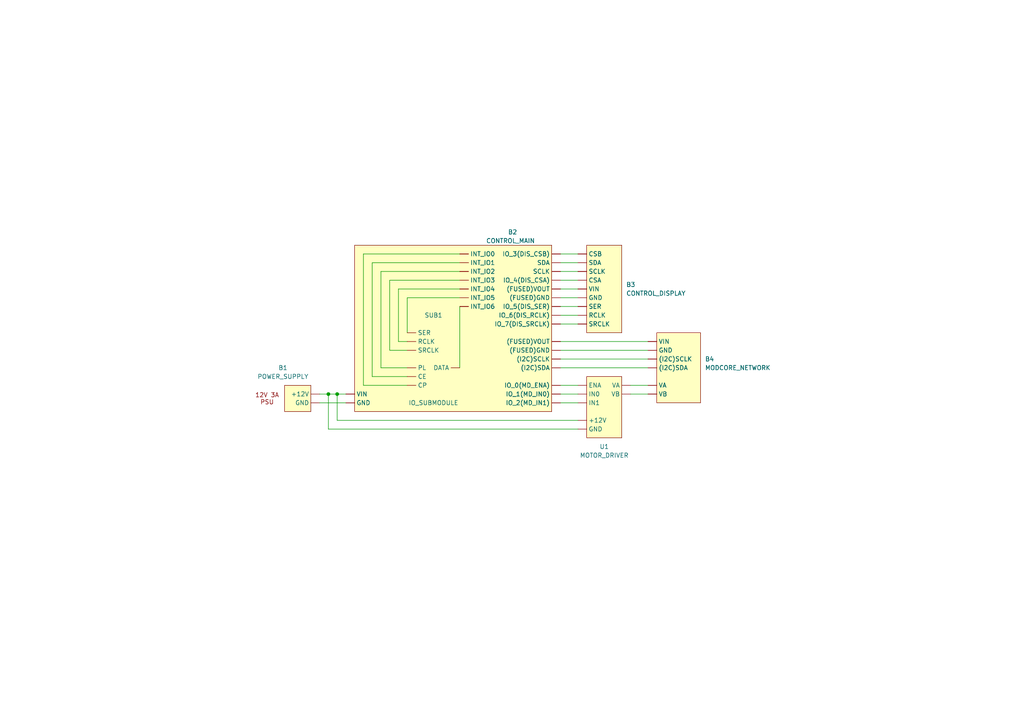
<source format=kicad_sch>
(kicad_sch (version 20230121) (generator eeschema)
  (paper "A4")
  (title_block (title "HTP!m CONTROL Block Diagram") (date "2023-10-20") (rev "1") (company "shawnd.xyz") (comment 2 "CONTROL with an emphasis on I/O connections.") (comment 3 "This block diagram shows the high-level relationship between components in the HTP!m"))
  (lib_symbols
    (symbol "custom:CONTROL_DISPLAY"
      (property "Reference" "B" (at 0 0 0))
      (property "Value" "CONTROL_DISPLAY" (at 0 -29.21 0))
      (symbol "CONTROL_DISPLAY_1_1"
        (rectangle (start -5.08 -1.27) (end 5.08 -26.67) (fill (type background)))
        (pin input line (at -7.62 -11.43 0) (length 2.54) (name "CSA") (number ""))
        (pin input line (at -7.62 -3.81 0) (length 2.54) (name "CSB") (number ""))
        (pin input line (at -7.62 -16.51 0) (length 2.54) (name "GND") (number ""))
        (pin input line (at -7.62 -21.59 0) (length 2.54) (name "RCLK") (number ""))
        (pin input line (at -7.62 -8.89 0) (length 2.54) (name "SCLK") (number ""))
        (pin input line (at -7.62 -6.35 0) (length 2.54) (name "SDA") (number ""))
        (pin input line (at -7.62 -19.05 0) (length 2.54) (name "SER") (number ""))
        (pin input line (at -7.62 -24.13 0) (length 2.54) (name "SRCLK") (number ""))
        (pin input line (at -7.62 -13.97 0) (length 2.54) (name "VIN") (number ""))
      )
    )
    (symbol "custom:CONTROL_MAIN"
      (property "Reference" "B" (at 0 0 0))
      (property "Value" "CONTROL_MAIN" (at 0 -52.07 0))
      (symbol "CONTROL_MAIN_1_1"
        (rectangle (start -45.72 -1.27) (end 11.43 -49.53) (fill (type background)))
        (pin passive line (at 13.97 -31.75 180) (length 2.54) (name "(FUSED)GND") (number ""))
        (pin passive line (at 13.97 -16.51 180) (length 2.54) (name "(FUSED)GND") (number ""))
        (pin output line (at 13.97 -29.21 180) (length 2.54) (name "(FUSED)VOUT") (number ""))
        (pin output line (at 13.97 -13.97 180) (length 2.54) (name "(FUSED)VOUT") (number ""))
        (pin output line (at 13.97 -34.29 180) (length 2.54) (name "(I2C)SCLK") (number ""))
        (pin bidirectional line (at 13.97 -36.83 180) (length 2.54) (name "(I2C)SDA") (number ""))
        (pin passive line (at -48.26 -46.99 0) (length 2.54) (name "GND") (number ""))
        (pin output line (at -15.24 -3.81 0) (length 2.54) (name "INT_IO0") (number ""))
        (pin output line (at -15.24 -6.35 0) (length 2.54) (name "INT_IO1") (number ""))
        (pin output line (at -15.24 -8.89 0) (length 2.54) (name "INT_IO2") (number ""))
        (pin output line (at -15.24 -11.43 0) (length 2.54) (name "INT_IO3") (number ""))
        (pin output line (at -15.24 -13.97 0) (length 2.54) (name "INT_IO4") (number ""))
        (pin output line (at -15.24 -16.51 0) (length 2.54) (name "INT_IO5") (number ""))
        (pin input line (at -15.24 -19.05 0) (length 2.54) (name "INT_IO6") (number ""))
        (pin output line (at 13.97 -41.91 180) (length 2.54) (name "IO_0(MD_ENA)") (number ""))
        (pin output line (at 13.97 -44.45 180) (length 2.54) (name "IO_1(MD_IN0)") (number ""))
        (pin output line (at 13.97 -46.99 180) (length 2.54) (name "IO_2(MD_IN1)") (number ""))
        (pin output line (at 13.97 -3.81 180) (length 2.54) (name "IO_3(DIS_CSB)") (number ""))
        (pin output line (at 13.97 -11.43 180) (length 2.54) (name "IO_4(DIS_CSA)") (number ""))
        (pin output line (at 13.97 -19.05 180) (length 2.54) (name "IO_5(DIS_SER)") (number ""))
        (pin output line (at 13.97 -21.59 180) (length 2.54) (name "IO_6(DIS_RCLK)") (number ""))
        (pin output line (at 13.97 -24.13 180) (length 2.54) (name "IO_7(DIS_SRCLK)") (number ""))
        (pin output line (at 13.97 -8.89 180) (length 2.54) (name "SCLK") (number ""))
        (pin output line (at 13.97 -6.35 180) (length 2.54) (name "SDA") (number ""))
        (pin input line (at -48.26 -44.45 0) (length 2.54) (name "VIN") (number ""))
      )
    )
    (symbol "custom:CONTROL_MAIN_IO_SUBMODULE"
      (property "Reference" "SUB" (at 0 0 0))
      (property "Value" "IO_SUBMODULE" (at 0 -25.4 0))
      (symbol "CONTROL_MAIN_IO_SUBMODULE_1_1"
        (rectangle (start -5.08 -2.54) (end 5.08 -22.86) (fill (type background)))
        (pin input line (at -7.62 -17.78 0) (length 2.54) (name "CE") (number ""))
        (pin input line (at -7.62 -20.32 0) (length 2.54) (name "CP") (number ""))
        (pin output line (at 7.62 -15.24 180) (length 2.54) (name "DATA") (number ""))
        (pin input line (at -7.62 -15.24 0) (length 2.54) (name "PL") (number ""))
        (pin input line (at -7.62 -7.62 0) (length 2.54) (name "RCLK") (number ""))
        (pin input line (at -7.62 -5.08 0) (length 2.54) (name "SER") (number ""))
        (pin input line (at -7.62 -10.16 0) (length 2.54) (name "SRCLK") (number ""))
      )
    )
    (symbol "custom:MODCORE_NETWORK"
      (property "Reference" "B" (at 0 0 0))
      (property "Value" "MODCORE_NETWORK" (at 0 -24.13 0))
      (symbol "MODCORE_NETWORK_1_1"
        (rectangle (start -6.35 -1.27) (end 6.35 -21.59) (fill (type background)))
        (pin input line (at -8.89 -8.89 0) (length 2.54) (name "(I2C)SCLK") (number ""))
        (pin input line (at -8.89 -11.43 0) (length 2.54) (name "(I2C)SDA") (number ""))
        (pin passive line (at -8.89 -6.35 0) (length 2.54) (name "GND") (number ""))
        (pin input line (at -8.89 -16.51 0) (length 2.54) (name "VA") (number ""))
        (pin input line (at -8.89 -19.05 0) (length 2.54) (name "VB") (number ""))
        (pin input line (at -8.89 -3.81 0) (length 2.54) (name "VIN") (number ""))
      )
    )
    (symbol "custom:MOTOR_DRIVER"
      (property "Reference" "U" (at 0 0 0))
      (property "Value" "MOTOR_DRIVER" (at 0 -21.59 0))
      (symbol "MOTOR_DRIVER_1_1"
        (rectangle (start -5.08 -1.27) (end 5.08 -19.05) (fill (type background)))
        (pin input line (at -7.62 -13.97 0) (length 2.54) (name "+12V") (number ""))
        (pin input line (at -7.62 -3.81 0) (length 2.54) (name "ENA") (number ""))
        (pin passive line (at -7.62 -16.51 0) (length 2.54) (name "GND") (number ""))
        (pin input line (at -7.62 -6.35 0) (length 2.54) (name "IN0") (number ""))
        (pin input line (at -7.62 -8.89 0) (length 2.54) (name "IN1") (number ""))
        (pin output line (at 7.62 -3.81 180) (length 2.54) (name "VA") (number ""))
        (pin output line (at 7.62 -6.35 180) (length 2.54) (name "VB") (number ""))
      )
    )
    (symbol "custom:POWER_SUPPLY"
      (property "Reference" "B" (at 0 0 0))
      (property "Value" "POWER_SUPPLY" (at 0 -11.43 0))
      (symbol "POWER_SUPPLY_1_1"
        (rectangle (start -3.81 -1.27) (end 3.81 -8.89) (fill (type background)))
        (text "12V 3A\nPSU" (at -8.89 -5.08 0) (effects (font (size 1.27 1.27))))
        (pin output line (at 6.35 -3.81 180) (length 2.54) (name "+12V") (number ""))
        (pin passive line (at 6.35 -6.35 180) (length 2.54) (name "GND") (number ""))
      )
    )
  )
  (junction (at 95.25 114.3))
  (junction (at 97.79 114.3))
  (wire (pts (xy 118.11 99.06) (xy 115.57 99.06)))
  (wire (pts (xy 133.35 106.68) (xy 133.35 88.9)))
  (wire (pts (xy 162.56 86.36) (xy 167.64 86.36)))
  (wire (pts (xy 105.41 111.76) (xy 105.41 73.66)))
  (wire (pts (xy 97.79 121.92) (xy 97.79 114.3)))
  (wire (pts (xy 182.88 114.3) (xy 187.96 114.3)))
  (wire (pts (xy 162.56 101.6) (xy 187.96 101.6)))
  (wire (pts (xy 118.11 101.6) (xy 113.03 101.6)))
  (wire (pts (xy 95.25 124.46) (xy 95.25 114.3)))
  (wire (pts (xy 110.49 106.68) (xy 110.49 78.74)))
  (wire (pts (xy 162.56 106.68) (xy 187.96 106.68)))
  (wire (pts (xy 107.95 76.2) (xy 133.35 76.2)))
  (wire (pts (xy 97.79 114.3) (xy 100.33 114.3)))
  (wire (pts (xy 162.56 83.82) (xy 167.64 83.82)))
  (wire (pts (xy 162.56 114.3) (xy 167.64 114.3)))
  (wire (pts (xy 182.88 111.76) (xy 187.96 111.76)))
  (wire (pts (xy 95.25 114.3) (xy 97.79 114.3)))
  (wire (pts (xy 162.56 88.9) (xy 167.64 88.9)))
  (wire (pts (xy 162.56 104.14) (xy 187.96 104.14)))
  (wire (pts (xy 92.71 116.84) (xy 100.33 116.84)))
  (wire (pts (xy 105.41 73.66) (xy 133.35 73.66)))
  (wire (pts (xy 118.11 109.22) (xy 107.95 109.22)))
  (wire (pts (xy 162.56 111.76) (xy 167.64 111.76)))
  (wire (pts (xy 162.56 99.06) (xy 187.96 99.06)))
  (wire (pts (xy 107.95 109.22) (xy 107.95 76.2)))
  (wire (pts (xy 113.03 81.28) (xy 133.35 81.28)))
  (wire (pts (xy 110.49 78.74) (xy 133.35 78.74)))
  (wire (pts (xy 118.11 96.52) (xy 118.11 86.36)))
  (wire (pts (xy 113.03 101.6) (xy 113.03 81.28)))
  (wire (pts (xy 115.57 83.82) (xy 133.35 83.82)))
  (wire (pts (xy 92.71 114.3) (xy 95.25 114.3)))
  (wire (pts (xy 118.11 111.76) (xy 105.41 111.76)))
  (wire (pts (xy 115.57 99.06) (xy 115.57 83.82)))
  (wire (pts (xy 95.25 124.46) (xy 167.64 124.46)))
  (wire (pts (xy 162.56 73.66) (xy 167.64 73.66)))
  (wire (pts (xy 162.56 81.28) (xy 167.64 81.28)))
  (wire (pts (xy 162.56 76.2) (xy 167.64 76.2)))
  (wire (pts (xy 162.56 78.74) (xy 167.64 78.74)))
  (wire (pts (xy 162.56 93.98) (xy 167.64 93.98)))
  (wire (pts (xy 162.56 91.44) (xy 167.64 91.44)))
  (wire (pts (xy 97.79 121.92) (xy 167.64 121.92)))
  (wire (pts (xy 118.11 86.36) (xy 133.35 86.36)))
  (wire (pts (xy 162.56 116.84) (xy 167.64 116.84)))
  (wire (pts (xy 118.11 106.68) (xy 110.49 106.68)))
  (symbol (lib_id "custom:CONTROL_MAIN_IO_SUBMODULE") (at 125.73 91.44 0) (unit 1)
    (property "Reference" "SUB1" (at 125.73 91.44 0))
    (property "Value" "IO_SUBMODULE" (at 125.73 116.84 0))
  )
  (symbol (lib_id "custom:CONTROL_MAIN") (at 148.59 69.85 0) (unit 1)
    (property "Reference" "B2" (at 147.32 67.31 0) (effects (justify left)))
    (property "Value" "CONTROL_MAIN" (at 140.97 69.85 0) (effects (justify left)))
  )
  (symbol (lib_id "custom:MOTOR_DRIVER") (at 175.26 107.95 0) (unit 1)
    (property "Reference" "U1" (at 175.26 129.54 0))
    (property "Value" "MOTOR_DRIVER" (at 175.26 132.08 0))
  )
  (symbol (lib_id "custom:MODCORE_NETWORK") (at 196.85 95.25 0) (unit 1)
    (property "Reference" "B4" (at 204.47 104.14 0) (effects (justify left)))
    (property "Value" "MODCORE_NETWORK" (at 204.47 106.68 0) (effects (justify left)))
  )
  (symbol (lib_id "custom:CONTROL_DISPLAY") (at 175.26 69.85 0) (unit 1)
    (property "Reference" "B3" (at 181.61 82.55 0) (effects (justify left)))
    (property "Value" "CONTROL_DISPLAY" (at 181.61 85.09 0) (effects (justify left)))
  )
  (symbol (lib_id "custom:POWER_SUPPLY") (at 86.36 110.49 0) (unit 1)
    (property "Reference" "B1" (at 82.0711 106.68 0))
    (property "Value" "POWER_SUPPLY" (at 82.0711 109.22 0))
  )
)
</source>
